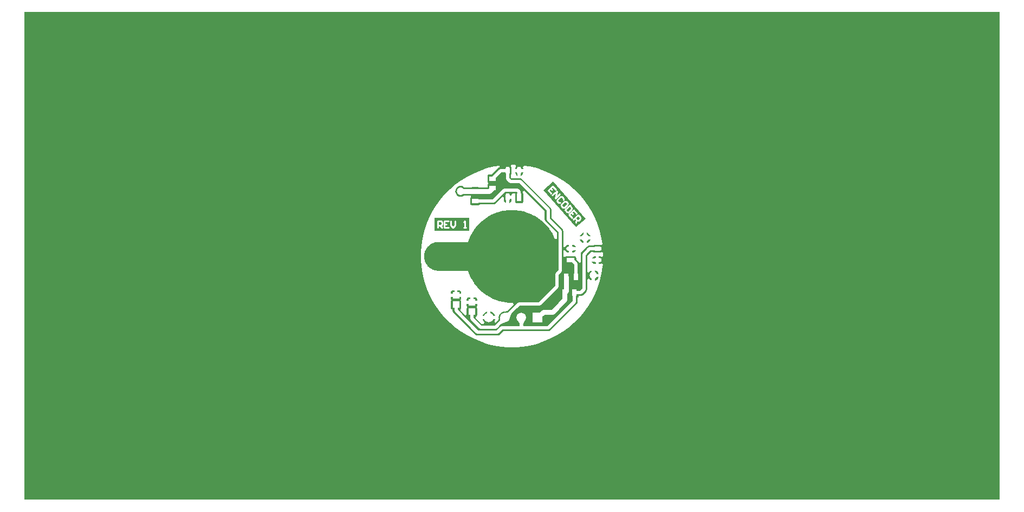
<source format=gbr>
%FSDAX33Y33*%
%MOMM*%
%SFA1B1*%

%IPPOS*%
%AMD1002*
%
%ADD21O,1.300000X0.700001*%
%ADD22R,1.300000X0.700001*%
%ADD23R,0.800001X1.050000*%
%ADD24R,1.100000X1.000001*%
%ADD25R,1.050000X0.800001*%
%ADD26O,0.700001X1.300000*%
%ADD27R,0.700001X1.300000*%
%ADD28C,0.508000*%
%ADD29C,0.750001*%
%ADD30C,0.254000*%
%ADD31C,1.500000*%
%ADD32R,1.500000X1.500000*%
%ADD33C,1.200000*%
%LNtop-1*%
%LPD*%
G36*
X152400Y076200D02*
X000000D01*
Y000000*
X152400*
Y076200*
G37*
%LNtop-2*%
%LPC*%
G36*
X077423Y027297D02*
X077420Y027367D01*
X077412Y027435*
X077399Y027502*
X077380Y027567*
X077355Y027629*
X077325Y027691*
X077290Y027750*
X077249Y027807*
X077203Y027863*
X077152Y027917*
X078202*
X078150Y027863*
X078104Y027807*
X078064Y027750*
X078028Y027691*
X077999Y027629*
X077974Y027567*
X077955Y027502*
X077942Y027435*
X077934Y027367*
X077931Y027297*
X077423*
G37*
G36*
X078185Y027107D02*
X077677Y026599D01*
X077169Y027107*
X077217Y027109*
X077260Y027117*
X077298Y027130*
X077331Y027148*
X077359Y027170*
X077382Y027198*
X077400Y027231*
X077413Y027269*
X077420Y027313*
X077423Y027361*
X077931*
X077933Y027313*
X077941Y027269*
X077954Y027231*
X077972Y027198*
X077994Y027170*
X078022Y027148*
X078055Y027130*
X078093Y027117*
X078137Y027109*
X078185Y027107*
G37*
G36*
X074140Y027815D02*
X074188Y027867D01*
X074230Y027921*
X074268Y027977*
X074300Y028036*
X074327Y028098*
X074349Y028162*
X074366Y028229*
X074378Y028299*
X074385Y028371*
X074387Y028445*
X075129Y027703*
X075055Y027701*
X074983Y027694*
X074913Y027682*
X074846Y027665*
X074782Y027643*
X074720Y027616*
X074661Y027584*
X074605Y027546*
X074551Y027504*
X074499Y027456*
X074140Y027815*
G37*
G36*
X076134Y029090D02*
X076086Y029039D01*
X076044Y028985*
X076006Y028928*
X075974Y028869*
X075947Y028808*
X075925Y028743*
X075907Y028676*
X075896Y028607*
X075889Y028535*
X075887Y028460*
X075144Y029203*
X075219Y029205*
X075291Y029212*
X075360Y029223*
X075427Y029241*
X075492Y029263*
X075553Y029290*
X075613Y029322*
X075669Y029360*
X075723Y029402*
X075774Y029450*
X076134Y029090*
G37*
G36*
X074255Y051959D02*
X074207Y051949D01*
X074039Y051837*
X073063Y050862*
X072612*
X072513Y050842*
X072429Y050786*
X072373Y050702*
X072353Y050603*
Y049803*
X072373Y049704*
X072429Y049620*
X072474Y049589*
X072496Y049453*
X072474Y049316*
X072429Y049286*
X072373Y049202*
X072353Y049103*
Y048844*
X071051*
X070962Y048862*
X069912*
X069823Y048844*
X068754*
X068618Y048949*
X068410Y049035*
X068187Y049064*
X067964Y049035*
X067756Y048949*
X067578Y048812*
X067441Y048634*
X067355Y048426*
X067326Y048203*
X067355Y047980*
X067441Y047772*
X067578Y047594*
X067756Y047457*
X067964Y047371*
X068187Y047342*
X068410Y047371*
X068618Y047457*
X068754Y047562*
X069725*
X069735Y047536*
X069767Y047312*
X069729Y047286*
X069673Y047202*
X069653Y047103*
Y046303*
X069673Y046204*
X069729Y046120*
X069813Y046064*
X069912Y046044*
X070962*
X071061Y046064*
X071145Y046120*
X071189Y046185*
X073287*
X073485Y046224*
X073653Y046337*
X074671Y047355*
X074921Y047251*
Y046953*
X074968Y046717*
X075101Y046517*
X075287Y046394*
Y047253*
X075537*
Y047503*
X076153*
Y047553*
X076135Y047643*
X076314Y047893*
X076728*
Y046603*
X076748Y046504*
X076804Y046420*
X076888Y046364*
X076987Y046344*
X077687*
X077786Y046364*
X077870Y046420*
X077926Y046504*
X077946Y046603*
Y047903*
X077926Y048002*
X077896Y048047*
X077913Y048191*
X078175Y048282*
X081319Y045138*
Y043853*
X081358Y043655*
X081471Y043487*
X083185Y041772*
Y040776*
X082938Y040725*
X082923Y040771*
X082571Y041513*
X082545Y041553*
X082525Y041597*
X082082Y042289*
X082052Y042326*
X082026Y042366*
X081500Y042997*
X081464Y043029*
X081434Y043066*
X080832Y043625*
X080793Y043653*
X080758Y043686*
X080090Y044165*
X080048Y044187*
X080009Y044215*
X079287Y044606*
X079242Y044623*
X079200Y044646*
X078434Y044943*
X078387Y044954*
X078343Y044972*
X077545Y045169*
X077498Y045175*
X077451Y045186*
X076635Y045282*
X076588Y045281*
X076540Y045287*
X075719Y045279*
X075671Y045272*
X075623Y045272*
X074809Y045160*
X074763Y045147*
X074716Y045141*
X073922Y044927*
X073878Y044909*
X073832Y044897*
X073072Y044585*
X073030Y044561*
X072986Y044543*
X072271Y044138*
X072233Y044109*
X072191Y044085*
X071534Y043593*
X071499Y043560*
X071461Y043531*
X070870Y042960*
X070841Y042923*
X070806Y042889*
X070292Y042248*
X070268Y042207*
X070237Y042170*
X069809Y041469*
X069789Y041426*
X069764Y041385*
X069427Y040636*
X069413Y040590*
X069394Y040546*
X069317Y040296*
X064702*
X064663Y040291*
X064623Y040292*
X064311Y040259*
X064234Y040241*
X064156Y040226*
X063858Y040129*
X063787Y040095*
X063714Y040065*
X063442Y039908*
X063379Y039860*
X063314Y039815*
X063081Y039605*
X063030Y039545*
X062975Y039488*
X062791Y039234*
X062753Y039165*
X062712Y039097*
X062584Y038811*
X062562Y038735*
X062535Y038660*
X062470Y038354*
X062464Y038275*
X062454Y038196*
Y037883*
X062464Y037804*
X062470Y037726*
X062535Y037419*
X062562Y037344*
X062584Y037268*
X062712Y036982*
X062753Y036914*
X062791Y036845*
X062975Y036591*
X063030Y036534*
X063081Y036474*
X063314Y036264*
X063379Y036219*
X063442Y036171*
X063714Y036014*
X063787Y035984*
X063858Y035950*
X064156Y035853*
X064234Y035838*
X064311Y035820*
X064623Y035787*
X064663Y035788*
X064702Y035783*
X069317*
X069394Y035533*
X069413Y035489*
X069427Y035444*
X069764Y034694*
X069789Y034654*
X069809Y034610*
X070237Y033909*
X070268Y033872*
X070292Y033831*
X070806Y033190*
X070841Y033157*
X070870Y033119*
X071461Y032548*
X071499Y032519*
X071534Y032486*
X072191Y031994*
X072233Y031970*
X072271Y031941*
X072986Y031536*
X073030Y031518*
X073072Y031494*
X073832Y031182*
X073878Y031170*
X073922Y031152*
X074716Y030938*
X074763Y030932*
X074809Y030919*
X075623Y030808*
X075671Y030807*
X075719Y030801*
X076392Y030794*
X076494Y030543*
X075536Y029584*
X075517Y029570*
X075479Y029544*
X075439Y029522*
X075397Y029504*
X075353Y029489*
X075306Y029477*
X075257Y029468*
X075204Y029463*
X075162Y029462*
X075137Y029466*
X074875Y029431*
X074631Y029330*
X074421Y029169*
X074260Y028959*
X074159Y028715*
X074124Y028453*
X074127Y028428*
X074126Y028386*
X074121Y028333*
X074113Y028283*
X074101Y028237*
X074086Y028193*
X074067Y028151*
X074046Y028111*
X074020Y028072*
X074006Y028054*
X073586Y027634*
X073555Y027641*
X073455Y027921*
X073474Y027947*
X073575Y028191*
X073577Y028203*
X072597*
X071617*
X071619Y028191*
X071720Y027947*
X071881Y027737*
X071902Y027721*
X071817Y027471*
X071484*
X070530Y028425*
X070584Y028681*
X070592Y028693*
X070670Y028745*
X070726Y028829*
X070746Y028928*
Y029928*
X070726Y030027*
X070670Y030111*
Y030195*
X070726Y030279*
X070746Y030378*
Y030628*
X069128*
Y030378*
X069148Y030279*
X069204Y030195*
Y030111*
X069148Y030027*
X069128Y029928*
Y028948*
X069082Y028909*
X068893Y028830*
X068161Y029561*
X068156Y029577*
X068170Y029845*
X068226Y029929*
X068246Y030028*
Y031028*
X068226Y031127*
X068170Y031211*
Y031295*
X068226Y031379*
X068246Y031478*
Y031728*
X066628*
Y031478*
X066648Y031379*
X066704Y031295*
Y031211*
X066648Y031127*
X066628Y031028*
Y030028*
X066648Y029929*
X066704Y029845*
X066788Y029789*
X066887Y029769*
X066919*
Y029553*
X066958Y029355*
X067071Y029187*
X070433Y025825*
X070601Y025712*
X070799Y025673*
X073953*
X074151Y025712*
X074319Y025825*
X074829Y026335*
X081837*
X082035Y026374*
X082203Y026487*
X086303Y030587*
X086415Y030755*
X086455Y030953*
Y031601*
X086520Y031645*
X086576Y031729*
X086596Y031828*
Y031835*
X086937*
X087135Y031874*
X087303Y031987*
X087803Y032487*
X087915Y032655*
X087955Y032853*
Y034454*
X088178Y034605*
X088205Y034604*
X088328Y034444*
X088506Y034307*
X088687Y034232*
Y035053*
Y035874*
X088506Y035799*
X088328Y035662*
X088205Y035502*
X088178Y035501*
X087955Y035651*
Y038138*
X088551Y038735*
X088925*
X089001Y038684*
X089237Y038637*
X089837*
X090073Y038684*
X090184Y038758*
X090433Y038662*
X090442Y038653*
Y038053*
X090437Y038047*
X090192Y037942*
X090073Y038022*
X089837Y038069*
X089787*
Y037453*
Y036837*
X089837*
X090073Y036884*
X090144Y036932*
X090384Y036791*
X090355Y036423*
X090180Y035318*
X089918Y034230*
X089572Y033165*
X089144Y032131*
X088636Y031134*
X088051Y030179*
X087393Y029274*
X086666Y028423*
X085875Y027631*
X085024Y026905*
X084118Y026247*
X083164Y025662*
X082167Y025154*
X081133Y024725*
X080068Y024380*
X078980Y024118*
X077874Y023943*
X076759Y023855*
X075639*
X074523Y023943*
X073418Y024118*
X072330Y024380*
X071265Y024725*
X070231Y025154*
X069234Y025662*
X068279Y026247*
X067374Y026905*
X066523Y027631*
X065731Y028423*
X065005Y029274*
X064347Y030180*
X063762Y031134*
X063254Y032131*
X062825Y033165*
X062480Y034230*
X062218Y035318*
X062043Y036423*
X061955Y037539*
Y038659*
X062043Y039774*
X062218Y040880*
X062480Y041968*
X062825Y043033*
X063254Y044067*
X063762Y045064*
X064347Y046018*
X065005Y046924*
X065731Y047775*
X066523Y048566*
X067374Y049293*
X068280Y049951*
X069234Y050536*
X070231Y051044*
X071265Y051472*
X072330Y051818*
X073418Y052080*
X074211Y052205*
X074255Y051959*
G37*
G36*
X076786Y052248D02*
X076833Y052086D01*
X076768Y051989*
X076721Y051753*
Y051703*
X077337*
X077953*
Y051753*
X077906Y051989*
X077900Y051997*
X078047Y052227*
X078980Y052080*
X080068Y051818*
X081133Y051472*
X082167Y051044*
X083164Y050536*
X084118Y049951*
X085024Y049293*
X085875Y048566*
X086666Y047775*
X087393Y046924*
X088051Y046018*
X088636Y045064*
X089144Y044067*
X089572Y043033*
X089918Y041968*
X090180Y040880*
X090326Y039953*
X090097Y039806*
X090073Y039822*
X089837Y039869*
X089237*
X089001Y039822*
X088925Y039771*
X088337*
X088139Y039731*
X087971Y039619*
X087071Y038719*
X086958Y038551*
X086919Y038353*
Y037108*
X086669Y037083*
X086665Y037101*
X086553Y037269*
X086553Y037269*
X086246Y037576*
Y037803*
X086226Y037902*
X086170Y037986*
X086086Y038042*
X085987Y038062*
X084687*
X084588Y038042*
X084504Y037986*
X084471Y037937*
X084329Y037942*
X084221Y037978*
Y038978*
X084468Y039017*
X084601Y038817*
X084801Y038684*
X085037Y038637*
X085087*
Y039253*
Y039869*
X085037*
X084801Y039822*
X084601Y039688*
X084468Y039489*
X084221Y039528*
Y041987*
X084181Y042185*
X084069Y042353*
X082355Y044067*
Y045353*
X082315Y045551*
X082203Y045719*
X082203*
X077803Y050119*
X077635Y050231*
X077437Y050271*
X076151*
X076055Y050367*
Y050841*
X076106Y050917*
X076153Y051153*
Y051753*
X076106Y051989*
X076036Y052092*
X076157Y052342*
X076716*
X076786Y052248*
G37*
%LNtop-3*%
%LPD*%
G36*
X070487Y031637D02*
X070187D01*
Y031128*
X070746*
Y031378*
X070726Y031477*
X070670Y031561*
X070586Y031617*
X070487Y031637*
G37*
G36*
X067187Y032737D02*
X066887D01*
X066788Y032717*
X066704Y032661*
X066648Y032577*
X066628Y032478*
Y032228*
X067187*
Y032737*
G37*
G36*
X067987D02*
X067687D01*
Y032228*
X068246*
Y032478*
X068226Y032577*
X068170Y032661*
X068086Y032717*
X067987Y032737*
G37*
G36*
X072347Y029433D02*
X072335Y029431D01*
X072091Y029330*
X071881Y029169*
X071720Y028959*
X071619Y028715*
X071617Y028703*
X072347*
Y029433*
G37*
G36*
X072847D02*
Y028703D01*
X073577*
X073575Y028715*
X073474Y028959*
X073313Y029169*
X073103Y029330*
X072859Y029431*
X072847Y029433*
G37*
G36*
X069687Y031637D02*
X069387D01*
X069288Y031617*
X069204Y031561*
X069148Y031477*
X069128Y031378*
Y031128*
X069687*
Y031637*
G37*
G36*
X089287Y038069D02*
X089237D01*
X089001Y038022*
X088801Y037888*
X088678Y037703*
X089287*
Y038069*
G37*
G36*
X069477Y044061D02*
X064129D01*
Y042045*
X069477*
Y044061*
G37*
G36*
X076153Y047003D02*
X075787D01*
Y046393*
X075972Y046517*
X076106Y046717*
X076153Y046953*
Y047003*
G37*
G36*
X089758Y034803D02*
X089187D01*
Y034232*
X089368Y034307*
X089546Y034444*
X089683Y034622*
X089758Y034803*
G37*
G36*
X089187Y035874D02*
Y035303D01*
X089758*
X089683Y035484*
X089546Y035662*
X089368Y035799*
X089187Y035874*
G37*
G36*
X089287Y037203D02*
X088678D01*
X088801Y037017*
X089001Y036884*
X089237Y036837*
X089287*
Y037203*
G37*
G36*
X087387Y040703D02*
X086816D01*
X086891Y040522*
X087028Y040344*
X087206Y040207*
X087387Y040132*
Y040703*
G37*
G36*
X088458D02*
X087887D01*
Y040132*
X088068Y040207*
X088246Y040344*
X088383Y040522*
X088458Y040703*
G37*
G36*
X086196Y039003D02*
X085587D01*
Y038637*
X085637*
X085873Y038684*
X086072Y038817*
X086196Y039003*
G37*
G36*
X085637Y039869D02*
X085587D01*
Y039503*
X086196*
X086072Y039688*
X085873Y039822*
X085637Y039869*
G37*
G36*
X087387Y041774D02*
X087206Y041699D01*
X087028Y041562*
X086891Y041384*
X086816Y041203*
X087387*
Y041774*
G37*
G36*
X077087Y051203D02*
X076721D01*
Y051153*
X076768Y050917*
X076901Y050717*
X077087Y050594*
Y051203*
G37*
G36*
X077953D02*
X077587D01*
Y050594*
X077772Y050717*
X077906Y050917*
X077953Y051153*
Y051203*
G37*
G36*
X087887Y041774D02*
Y041203D01*
X088458*
X088383Y041384*
X088246Y041562*
X088068Y041699*
X087887Y041774*
G37*
G36*
X082640Y049727D02*
X081120Y048402D01*
X086167Y042613*
X087687Y043937*
X082640Y049727*
G37*
%LNtop-4*%
%LPC*%
G54D30*
X064637Y042553D02*
Y043553D01*
X065137D01*
X064970Y042886D02*
X065303Y042553D01*
X065137Y042886D02*
X064637D01*
X065137Y043553D02*
X065303Y043386D01*
Y043053D02*
X065137Y042886D01*
X065303Y043386D02*
Y043053D01*
X065637Y042553D02*
X066303D01*
X065637Y043053D02*
X065970D01*
X065637Y043553D02*
Y042553D01*
X066303Y043553D02*
X065637D01*
X066636Y042886D02*
X066969Y042553D01*
X066636Y043553D02*
Y042886D01*
X066969Y042553D02*
X067303Y042886D01*
Y043553D01*
G54D28*
X067437Y029553D02*
Y030528D01*
Y029553D02*
X070799Y026191D01*
G54D29*
X068187Y048203D02*
X070437D01*
G54D30*
X068636Y042553D02*
X068969D01*
X068802D02*
Y043553D01*
X068636Y043386D01*
X068969Y042553D02*
X068802D01*
G54D28*
X069937Y028285D02*
Y029428D01*
Y028285D02*
X071269Y026953D01*
X070437Y046703D02*
X073287D01*
G54D29*
X070437Y048203D02*
X072637D01*
G54D28*
X070799Y026191D02*
X073953D01*
X071269Y026953D02*
X073637D01*
G54D29*
X072637Y048203D02*
X073137Y048703D01*
G54D28*
X073137Y050203D02*
X074405Y051471D01*
X073287Y046703D02*
X074995Y048411D01*
X073637Y026953D02*
X075137Y028453D01*
X073953Y026191D02*
X074615Y026853D01*
X074405Y051471D02*
X075537D01*
X074615Y026853D02*
X077677D01*
X074995Y048411D02*
X077079D01*
X075137Y028453D02*
X077288Y030604D01*
X075537Y050153D02*
Y051453D01*
Y050153D02*
X075937Y049753D01*
X075537Y051453D02*
Y051471D01*
X075937Y049753D02*
X077437D01*
X077079Y048411D02*
X077337Y048153D01*
X077288Y030604D02*
X080488D01*
X077337Y047253D02*
Y048153D01*
X077437Y049753D02*
X081837Y045353D01*
X077677Y026853D02*
Y028453D01*
Y026853D02*
X081837D01*
G54D29*
X080217Y028453D02*
X081117Y029353D01*
G54D28*
X080488Y030604D02*
X083241Y033357D01*
G54D29*
X081117Y029353D02*
X082537D01*
G54D28*
X081837Y026853D02*
X085937Y030953D01*
X081837Y043853D02*
Y045353D01*
Y043853D02*
X083703Y041987D01*
G54D30*
X081837Y048353D02*
X082275Y047851D01*
X082214Y048681D02*
X082433Y048430D01*
X082494Y047599D02*
X083247Y048256D01*
G54D29*
X082537Y029353D02*
X084437Y031253D01*
G54D30*
X082590Y049010D02*
X081837Y048353D01*
X082932Y047097D02*
X083685Y047754D01*
X083028Y048507D02*
X082590Y049010D01*
G54D28*
X083241Y033357D02*
Y035276D01*
X083703Y035738D01*
G54D30*
X083247Y048256D02*
X082932Y047097D01*
X083260Y046720D02*
X083479Y046469D01*
X083276Y046955D02*
X083260Y046720D01*
X083479Y046469D02*
X083714Y046453D01*
G54D28*
X083703Y035738D02*
Y041987D01*
G54D30*
X083779Y047393D02*
X083276Y046955D01*
X083917Y045967D02*
X084136Y045716D01*
X083933Y046202D02*
X083917Y045967D01*
X084014Y047377D02*
X083779Y047393D01*
X084136Y045716D02*
X084371Y045699D01*
X084217Y046891D02*
X084233Y047126D01*
X084014Y047377D01*
X084371Y045699D02*
X084874Y046137D01*
X084436Y046640D02*
X083933Y046202D01*
G54D29*
X084437Y031253D02*
Y032353D01*
X084687Y032603D01*
G54D30*
X084465Y045339D02*
X084793Y044962D01*
X084671Y046624D02*
X084436Y046640D01*
G54D29*
X084687Y032603D02*
Y034853D01*
G54D30*
X084793Y044962D02*
X085028Y044946D01*
X084874Y046137D02*
X084890Y046372D01*
X084671Y046624D01*
X085028Y044946D02*
X085530Y045384D01*
X085122Y044585D02*
X085559Y044083D01*
X085218Y045996D02*
X084465Y045339D01*
G54D28*
X085337Y037453D02*
X085637D01*
G54D30*
X085498Y044914D02*
X085717Y044663D01*
X085530Y045384D02*
X085547Y045619D01*
X085218Y045996D01*
G54D28*
X085637Y037453D02*
X086187Y036903D01*
G54D30*
X085778Y043832D02*
X086532Y044489D01*
X085875Y045242D02*
X085122Y044585D01*
G54D28*
X085937Y030953D02*
Y032353D01*
X086937D01*
X086187Y034853D02*
Y036903D01*
G54D30*
X086249Y043800D02*
X086216Y043329D01*
X086313Y044740D02*
X085875Y045242D01*
X086358Y043674D02*
X086030Y044051D01*
X086532Y044489D02*
X086860Y044112D01*
X086593Y043658D02*
X086358Y043674D01*
X086844Y043877D02*
X086593Y043658D01*
X086860Y044112D02*
X086844Y043877D01*
G54D28*
X086937Y032353D02*
X087437Y032853D01*
Y038353D01*
X088337Y039253D01*
X089537D01*
G54D24*
X067437Y030528D03*
Y031978D03*
X069937Y029428D03*
Y030878D03*
G54D25*
X070437Y046703D03*
Y048203D03*
G54D31*
X072597Y028453D03*
G54D25*
X073137Y048703D03*
Y050203D03*
G54D31*
X075137Y028453D03*
G54D26*
X075537Y047253D03*
Y051453D03*
G54D27*
X077337Y047253D03*
G54D26*
X077337Y051453D03*
G54D31*
X077677Y028453D03*
G54D32*
X080217Y028453D03*
G54D23*
X084437Y032353D03*
X084687Y034853D03*
G54D22*
X085337Y037453D03*
G54D21*
X085337Y039253D03*
G54D23*
X085937Y032353D03*
X086187Y034853D03*
G54D21*
X089537Y037453D03*
Y039253D03*
G54D33*
X068187Y048203D03*
X087637Y040953D03*
X088937Y035053D03*
M02*
</source>
